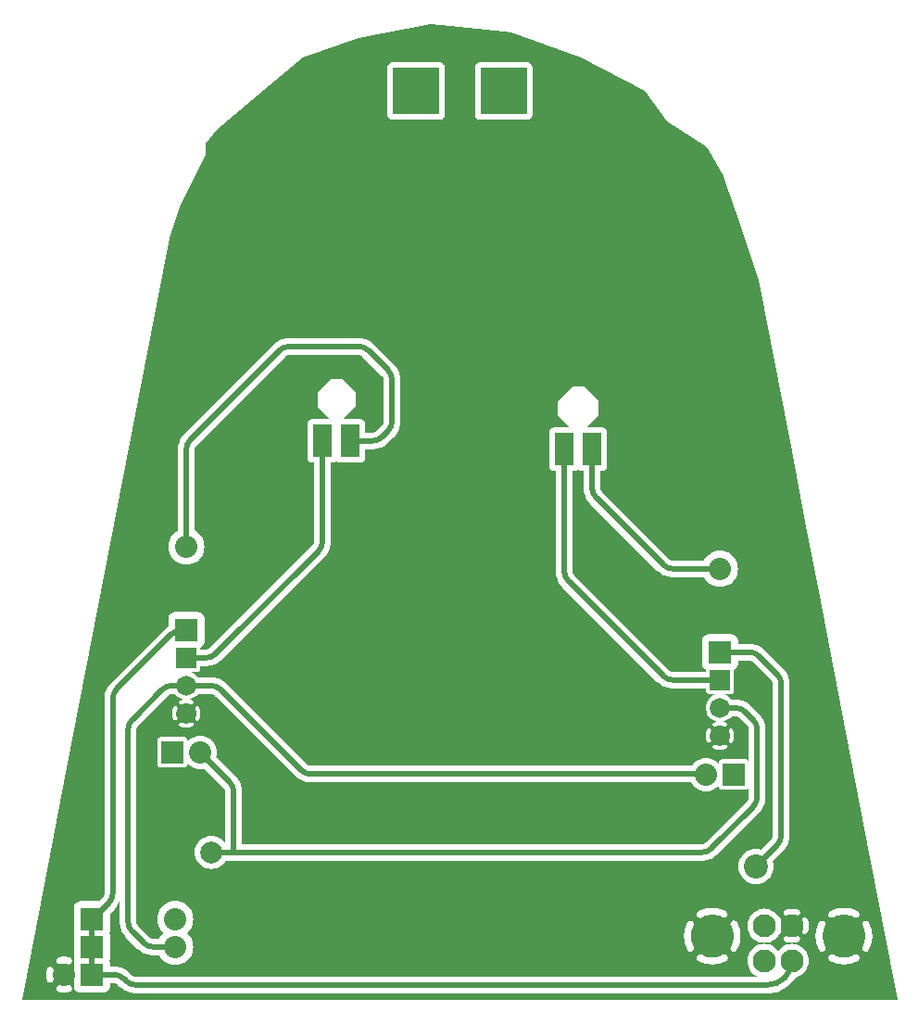
<source format=gbl>
G04 start of page 2 for group 10 layer_idx 1 *
G04 Title: (unknown), bottom_copper *
G04 Creator: pcb-rnd 3.1.4-dev *
G04 CreationDate: 2024-02-11 09:28:28 UTC *
G04 For: STEM4ukraine *
G04 Format: Gerber/RS-274X *
G04 PCB-Dimensions: 334646 393701 *
G04 PCB-Coordinate-Origin: lower left *
%MOIN*%
%FSLAX25Y25*%
%LNBOTTOM_COPPER_NONE_10*%
%ADD47C,0.0362*%
%ADD46C,0.0906*%
%ADD45C,0.0394*%
%ADD44C,0.0420*%
%ADD43C,0.0394*%
%ADD42C,0.0315*%
%ADD41C,0.1220*%
%ADD40C,0.0827*%
%ADD39C,0.1535*%
%ADD38C,0.0866*%
%ADD37C,0.0720*%
%ADD36C,0.0800*%
%ADD35C,0.0787*%
%ADD34C,0.0200*%
%ADD33C,0.0001*%
G54D33*G36*
X250748Y97787D02*X251131Y97163D01*
X251744Y96445D01*
X252462Y95832D01*
X253268Y95338D01*
X254140Y94977D01*
X255058Y94756D01*
X256000Y94682D01*
X256942Y94756D01*
X257860Y94977D01*
X258732Y95338D01*
X259538Y95832D01*
X260256Y96445D01*
X260498Y96728D01*
X260495Y96701D01*
X260514Y96466D01*
X260514Y96465D01*
X260569Y96236D01*
X260659Y96018D01*
X260783Y95816D01*
X260936Y95637D01*
X261116Y95484D01*
X261317Y95360D01*
X261535Y95270D01*
X261765Y95215D01*
X262000Y95196D01*
X262059Y95201D01*
X269941D01*
X270000Y95196D01*
X270235Y95215D01*
X270235Y95215D01*
X270465Y95270D01*
X270683Y95360D01*
X270884Y95484D01*
X271064Y95637D01*
X271217Y95816D01*
X271341Y96018D01*
X271409Y96184D01*
Y92655D01*
X271408Y92622D01*
X271402Y92448D01*
X271379Y92275D01*
X271341Y92105D01*
X271289Y91938D01*
X271222Y91777D01*
X271141Y91622D01*
X271048Y91475D01*
X270942Y91337D01*
X270824Y91208D01*
X270824Y91208D01*
X255925Y76309D01*
X255901Y76288D01*
X255774Y76169D01*
X255635Y76062D01*
X255488Y75969D01*
X255333Y75888D01*
X255172Y75821D01*
X255006Y75769D01*
X254835Y75731D01*
X254662Y75708D01*
X254488Y75701D01*
X254488Y75701D01*
X203000Y75701D01*
X160734D01*
Y97787D01*
X250748D01*
G37*
G36*
X265143Y121701D02*X266503D01*
X266535Y121699D01*
X266710Y121693D01*
X266883Y121670D01*
X267053Y121633D01*
X267219Y121580D01*
X267380Y121513D01*
X267535Y121433D01*
X267682Y121339D01*
X267821Y121233D01*
X267949Y121115D01*
X267949Y121115D01*
X270801Y118264D01*
X270822Y118239D01*
X270942Y118112D01*
X271048Y117974D01*
X271141Y117827D01*
X271222Y117672D01*
X271289Y117511D01*
X271341Y117344D01*
X271379Y117174D01*
X271402Y117001D01*
X271409Y116827D01*
Y105218D01*
X271341Y105384D01*
X271217Y105585D01*
X271064Y105765D01*
X270884Y105918D01*
X270683Y106041D01*
X270465Y106132D01*
X270235Y106187D01*
X270000Y106205D01*
X269941Y106201D01*
X265142D01*
Y112125D01*
X265189Y112138D01*
X265297Y112186D01*
X265395Y112251D01*
X265483Y112330D01*
X265557Y112422D01*
X265613Y112526D01*
X265791Y112939D01*
X265928Y113367D01*
X266026Y113806D01*
X266085Y114252D01*
X266105Y114701D01*
X266085Y115150D01*
X266026Y115596D01*
X265928Y116035D01*
X265791Y116463D01*
X265617Y116878D01*
X265559Y116981D01*
X265485Y117074D01*
X265397Y117153D01*
X265298Y117218D01*
X265190Y117267D01*
X265142Y117280D01*
Y121699D01*
X265143Y121701D01*
G37*
G36*
X261317Y118287D02*X261631Y118245D01*
X261941Y118176D01*
X262243Y118079D01*
X262535Y117957D01*
X262645Y117913D01*
X262760Y117889D01*
X262878Y117883D01*
X262996Y117896D01*
X263109Y117927D01*
X263217Y117976D01*
X263316Y118041D01*
X263403Y118120D01*
X263477Y118212D01*
X263536Y118315D01*
X263577Y118425D01*
X263601Y118541D01*
X263607Y118658D01*
X263594Y118776D01*
X263563Y118890D01*
X263515Y118997D01*
X263450Y119096D01*
X263370Y119183D01*
X263278Y119257D01*
X263175Y119314D01*
X262762Y119492D01*
X262334Y119628D01*
X262015Y119700D01*
X262581Y119835D01*
X263322Y120143D01*
X264007Y120562D01*
X264617Y121083D01*
X265139Y121694D01*
X265142Y121699D01*
Y117280D01*
X265076Y117298D01*
X264958Y117311D01*
X264839Y117306D01*
X264723Y117282D01*
X264612Y117240D01*
X264509Y117181D01*
X264417Y117106D01*
X264337Y117019D01*
X264272Y116919D01*
X264223Y116811D01*
X264192Y116697D01*
X264179Y116579D01*
X264185Y116461D01*
X264209Y116344D01*
X264253Y116235D01*
X264379Y115944D01*
X264475Y115641D01*
X264544Y115332D01*
X264586Y115018D01*
X264600Y114701D01*
X264586Y114384D01*
X264544Y114070D01*
X264475Y113760D01*
X264379Y113458D01*
X264256Y113166D01*
X264212Y113056D01*
X264188Y112941D01*
X264183Y112823D01*
X264196Y112705D01*
X264227Y112591D01*
X264275Y112484D01*
X264340Y112385D01*
X264419Y112298D01*
X264511Y112224D01*
X264614Y112165D01*
X264724Y112123D01*
X264840Y112099D01*
X264958Y112094D01*
X265075Y112107D01*
X265142Y112125D01*
Y106201D01*
X262059D01*
X262000Y106205D01*
X261765Y106187D01*
X261765Y106187D01*
X261535Y106132D01*
X261317Y106041D01*
X261116Y105918D01*
X261002Y105821D01*
Y109596D01*
X261449Y109616D01*
X261895Y109675D01*
X262334Y109773D01*
X262762Y109910D01*
X263177Y110083D01*
X263280Y110141D01*
X263373Y110216D01*
X263453Y110303D01*
X263518Y110403D01*
X263566Y110511D01*
X263598Y110625D01*
X263611Y110743D01*
X263605Y110861D01*
X263581Y110978D01*
X263539Y111089D01*
X263480Y111191D01*
X263406Y111284D01*
X263318Y111364D01*
X263219Y111429D01*
X263111Y111478D01*
X262996Y111509D01*
X262878Y111522D01*
X262760Y111516D01*
X262644Y111492D01*
X262534Y111448D01*
X262243Y111322D01*
X261941Y111226D01*
X261631Y111157D01*
X261317Y111115D01*
X261002Y111101D01*
Y118301D01*
X261317Y118287D01*
G37*
G36*
X313986Y19732D02*Y37114D01*
X314135Y37198D01*
X314289Y37321D01*
X314422Y37466D01*
X314527Y37632D01*
X314951Y38466D01*
X315288Y39339D01*
X315542Y40239D01*
X315713Y41159D01*
X315799Y42091D01*
Y43027D01*
X315713Y43959D01*
X315542Y44879D01*
X315288Y45779D01*
X314951Y46652D01*
X314536Y47491D01*
X314428Y47657D01*
X314295Y47803D01*
X314140Y47927D01*
X313986Y48014D01*
Y75982D01*
X324803Y19732D01*
X313986D01*
G37*
G36*
X305626D02*Y32382D01*
X306090D01*
X307022Y32468D01*
X307942Y32639D01*
X308842Y32893D01*
X309715Y33230D01*
X310554Y33645D01*
X310720Y33753D01*
X310866Y33886D01*
X310990Y34041D01*
X311087Y34214D01*
X311157Y34399D01*
X311196Y34593D01*
X311205Y34791D01*
X311183Y34988D01*
X311130Y35178D01*
X311048Y35359D01*
X310939Y35524D01*
X310805Y35670D01*
X310650Y35793D01*
X310478Y35891D01*
X310293Y35961D01*
X310099Y36000D01*
X309901Y36009D01*
X309704Y35987D01*
X309513Y35934D01*
X309335Y35849D01*
X308707Y35529D01*
X308049Y35275D01*
X307370Y35084D01*
X306677Y34955D01*
X305975Y34890D01*
X305626D01*
Y50228D01*
X305975D01*
X306677Y50163D01*
X307370Y50035D01*
X308049Y49843D01*
X308707Y49589D01*
X309339Y49277D01*
X309516Y49192D01*
X309706Y49139D01*
X309901Y49117D01*
X310098Y49126D01*
X310290Y49165D01*
X310475Y49234D01*
X310646Y49331D01*
X310800Y49454D01*
X310932Y49599D01*
X311041Y49763D01*
X311122Y49942D01*
X311175Y50132D01*
X311197Y50328D01*
X311188Y50524D01*
X311149Y50717D01*
X311080Y50901D01*
X310983Y51072D01*
X310860Y51226D01*
X310715Y51359D01*
X310549Y51464D01*
X309715Y51888D01*
X308842Y52225D01*
X307942Y52479D01*
X307022Y52650D01*
X306090Y52736D01*
X305626D01*
Y119450D01*
X313986Y75982D01*
Y48014D01*
X313968Y48024D01*
X313782Y48094D01*
X313588Y48133D01*
X313390Y48142D01*
X313194Y48120D01*
X313003Y48067D01*
X312822Y47985D01*
X312657Y47876D01*
X312511Y47742D01*
X312388Y47587D01*
X312290Y47415D01*
X312221Y47230D01*
X312181Y47036D01*
X312172Y46838D01*
X312194Y46641D01*
X312247Y46450D01*
X312332Y46272D01*
X312652Y45644D01*
X312906Y44986D01*
X313098Y44307D01*
X313226Y43614D01*
X313291Y42912D01*
Y42206D01*
X313226Y41504D01*
X313098Y40811D01*
X312906Y40132D01*
X312652Y39474D01*
X312340Y38842D01*
X312255Y38665D01*
X312202Y38476D01*
X312180Y38280D01*
X312189Y38083D01*
X312228Y37891D01*
X312297Y37706D01*
X312394Y37535D01*
X312517Y37381D01*
X312662Y37249D01*
X312826Y37140D01*
X313005Y37059D01*
X313195Y37006D01*
X313391Y36984D01*
X313587Y36993D01*
X313780Y37032D01*
X313964Y37101D01*
X313986Y37114D01*
Y19732D01*
X305626D01*
G37*
G36*
X297258D02*Y37104D01*
X297277Y37094D01*
X297462Y37024D01*
X297656Y36985D01*
X297854Y36976D01*
X298051Y36998D01*
X298241Y37051D01*
X298422Y37133D01*
X298587Y37242D01*
X298733Y37376D01*
X298856Y37531D01*
X298954Y37703D01*
X299024Y37888D01*
X299063Y38082D01*
X299072Y38280D01*
X299050Y38477D01*
X298997Y38668D01*
X298912Y38846D01*
X298592Y39474D01*
X298338Y40132D01*
X298147Y40811D01*
X298018Y41504D01*
X297953Y42206D01*
Y42912D01*
X298018Y43614D01*
X298147Y44307D01*
X298338Y44986D01*
X298592Y45644D01*
X298904Y46276D01*
X298989Y46453D01*
X299042Y46643D01*
X299064Y46838D01*
X299055Y47035D01*
X299016Y47227D01*
X298947Y47412D01*
X298850Y47583D01*
X298727Y47737D01*
X298582Y47870D01*
X298418Y47978D01*
X298239Y48059D01*
X298049Y48112D01*
X297854Y48134D01*
X297657Y48125D01*
X297464Y48086D01*
X297280Y48017D01*
X297258Y48005D01*
Y162960D01*
X305626Y119450D01*
Y52736D01*
X305154D01*
X304222Y52650D01*
X303302Y52479D01*
X302402Y52225D01*
X301529Y51888D01*
X300690Y51474D01*
X300524Y51365D01*
X300378Y51232D01*
X300255Y51077D01*
X300157Y50905D01*
X300087Y50719D01*
X300048Y50525D01*
X300039Y50327D01*
X300061Y50131D01*
X300114Y49940D01*
X300196Y49759D01*
X300305Y49594D01*
X300439Y49448D01*
X300594Y49325D01*
X300766Y49227D01*
X300951Y49158D01*
X301145Y49118D01*
X301343Y49109D01*
X301540Y49131D01*
X301731Y49184D01*
X301909Y49270D01*
X302537Y49589D01*
X303195Y49843D01*
X303874Y50035D01*
X304567Y50163D01*
X305269Y50228D01*
X305626D01*
Y34890D01*
X305269D01*
X304567Y34955D01*
X303874Y35084D01*
X303195Y35275D01*
X302537Y35529D01*
X301905Y35842D01*
X301728Y35926D01*
X301539Y35979D01*
X301343Y36001D01*
X301146Y35992D01*
X300954Y35953D01*
X300769Y35884D01*
X300598Y35787D01*
X300444Y35664D01*
X300312Y35519D01*
X300203Y35355D01*
X300122Y35176D01*
X300069Y34986D01*
X300047Y34791D01*
X300056Y34594D01*
X300095Y34401D01*
X300164Y34217D01*
X300261Y34046D01*
X300384Y33892D01*
X300529Y33759D01*
X300695Y33654D01*
X301529Y33230D01*
X302402Y32893D01*
X303302Y32639D01*
X304222Y32468D01*
X305154Y32382D01*
X305626D01*
Y19732D01*
X297258D01*
G37*
G36*
X291776D02*Y30032D01*
X291820Y30084D01*
X292325Y30907D01*
X292694Y31799D01*
X292920Y32738D01*
X292976Y33701D01*
X292920Y34663D01*
X292694Y35602D01*
X292325Y36494D01*
X291820Y37317D01*
X291776Y37369D01*
Y43338D01*
X291811Y43344D01*
X291960Y43392D01*
X292101Y43463D01*
X292228Y43555D01*
X292340Y43666D01*
X292433Y43793D01*
X292502Y43934D01*
X292694Y44439D01*
X292834Y44960D01*
X292929Y45491D01*
X292976Y46029D01*
Y46569D01*
X292929Y47107D01*
X292834Y47639D01*
X292694Y48160D01*
X292508Y48667D01*
X292436Y48808D01*
X292343Y48935D01*
X292231Y49047D01*
X292103Y49139D01*
X291962Y49210D01*
X291811Y49259D01*
X291776Y49264D01*
Y191469D01*
X297258Y162960D01*
Y48005D01*
X297109Y47920D01*
X296955Y47797D01*
X296822Y47652D01*
X296717Y47486D01*
X296293Y46652D01*
X295956Y45779D01*
X295702Y44879D01*
X295531Y43959D01*
X295445Y43027D01*
Y42091D01*
X295531Y41159D01*
X295702Y40239D01*
X295956Y39339D01*
X296293Y38466D01*
X296708Y37627D01*
X296816Y37461D01*
X296949Y37315D01*
X297104Y37192D01*
X297258Y37104D01*
Y19732D01*
X291776D01*
G37*
G36*
X291193Y38051D02*X290459Y38678D01*
X289636Y39183D01*
X288744Y39552D01*
X287805Y39778D01*
X286845Y39853D01*
Y40165D01*
X287112D01*
X287650Y40213D01*
X288182Y40307D01*
X288703Y40448D01*
X289210Y40634D01*
X289351Y40705D01*
X289478Y40799D01*
X289590Y40911D01*
X289682Y41039D01*
X289754Y41180D01*
X289802Y41330D01*
X289826Y41486D01*
X289826Y41644D01*
X289801Y41800D01*
X289751Y41951D01*
X289679Y42091D01*
X289586Y42219D01*
X289474Y42330D01*
X289346Y42423D01*
X289204Y42494D01*
X289054Y42542D01*
X288898Y42567D01*
X288740Y42566D01*
X288584Y42541D01*
X288435Y42489D01*
X288095Y42360D01*
X287744Y42265D01*
X287386Y42201D01*
X287024Y42169D01*
X286845D01*
Y50429D01*
X287024D01*
X287386Y50397D01*
X287744Y50334D01*
X288095Y50239D01*
X288436Y50113D01*
X288585Y50061D01*
X288740Y50036D01*
X288898Y50036D01*
X289053Y50060D01*
X289203Y50108D01*
X289343Y50179D01*
X289471Y50271D01*
X289583Y50382D01*
X289676Y50509D01*
X289748Y50649D01*
X289797Y50799D01*
X289822Y50954D01*
X289822Y51112D01*
X289798Y51267D01*
X289750Y51417D01*
X289679Y51558D01*
X289587Y51685D01*
X289476Y51797D01*
X289349Y51890D01*
X289208Y51959D01*
X288703Y52150D01*
X288182Y52291D01*
X287650Y52386D01*
X287112Y52433D01*
X286845D01*
Y217111D01*
X291776Y191469D01*
Y49264D01*
X291655Y49283D01*
X291497Y49282D01*
X291341Y49257D01*
X291191Y49208D01*
X291051Y49136D01*
X290923Y49042D01*
X290812Y48930D01*
X290719Y48802D01*
X290648Y48661D01*
X290599Y48511D01*
X290575Y48355D01*
X290576Y48197D01*
X290601Y48041D01*
X290653Y47892D01*
X290782Y47552D01*
X290877Y47201D01*
X290940Y46843D01*
X290972Y46481D01*
Y46117D01*
X290940Y45755D01*
X290877Y45397D01*
X290782Y45047D01*
X290657Y44705D01*
X290605Y44557D01*
X290580Y44402D01*
X290579Y44244D01*
X290603Y44089D01*
X290652Y43939D01*
X290723Y43798D01*
X290815Y43671D01*
X290926Y43559D01*
X291053Y43466D01*
X291193Y43394D01*
X291342Y43345D01*
X291498Y43320D01*
X291655Y43320D01*
X291776Y43338D01*
Y37369D01*
X291193Y38051D01*
G37*
G36*
X286845Y19732D02*Y25897D01*
X287125Y26203D01*
X287744Y27010D01*
X288195Y27717D01*
X288744Y27849D01*
X289636Y28219D01*
X290459Y28723D01*
X291193Y29350D01*
X291776Y30032D01*
Y19732D01*
X286845D01*
G37*
G36*
X277144Y90550D02*X277295Y91232D01*
X277387Y91924D01*
X277417Y92622D01*
X277409Y92729D01*
Y116827D01*
X277409Y116827D01*
X277387Y117524D01*
X277295Y118217D01*
X277144Y118899D01*
X276991Y119386D01*
Y137129D01*
X279447Y134673D01*
X279468Y134649D01*
X279587Y134522D01*
X279693Y134383D01*
X279787Y134236D01*
X279868Y134081D01*
X279934Y133920D01*
X279987Y133754D01*
X280025Y133583D01*
X280048Y133410D01*
X280055Y133236D01*
X280055Y133236D01*
Y78859D01*
X280053Y78827D01*
X280048Y78653D01*
X280025Y78480D01*
X279987Y78309D01*
X279934Y78143D01*
X279868Y77982D01*
X279787Y77827D01*
X279693Y77680D01*
X279587Y77541D01*
X279469Y77413D01*
X279469Y77413D01*
X276991Y74934D01*
Y90062D01*
X277144Y90550D01*
G37*
G36*
X286843Y39854D02*X285880Y39778D01*
X284941Y39552D01*
X284049Y39183D01*
X283226Y38678D01*
X282492Y38051D01*
X281921Y37383D01*
X281351Y38051D01*
X280617Y38678D01*
X279793Y39183D01*
X278901Y39552D01*
X277963Y39778D01*
X277000Y39854D01*
X276991Y39853D01*
Y40147D01*
X277000Y40146D01*
X277963Y40222D01*
X278901Y40448D01*
X279793Y40817D01*
X280617Y41322D01*
X281351Y41949D01*
X281978Y42683D01*
X282391Y43357D01*
X282494Y43391D01*
X282635Y43463D01*
X282762Y43556D01*
X282873Y43668D01*
X282966Y43796D01*
X283037Y43937D01*
X283086Y44088D01*
X283110Y44244D01*
X283109Y44402D01*
X283084Y44558D01*
X283032Y44707D01*
X282967Y44878D01*
X283077Y45337D01*
X283134Y46299D01*
X283077Y47262D01*
X282966Y47724D01*
X283028Y47893D01*
X283080Y48041D01*
X283105Y48197D01*
X283106Y48354D01*
X283082Y48510D01*
X283034Y48660D01*
X282963Y48800D01*
X282870Y48928D01*
X282759Y49039D01*
X282632Y49132D01*
X282492Y49204D01*
X282394Y49237D01*
X281978Y49916D01*
X281351Y50650D01*
X280617Y51277D01*
X279793Y51781D01*
X278901Y52151D01*
X277963Y52376D01*
X277000Y52452D01*
X276991Y52451D01*
Y62109D01*
X277733Y62563D01*
X278490Y63210D01*
X279137Y63968D01*
X279658Y64818D01*
X280039Y65738D01*
X280272Y66707D01*
X280331Y67701D01*
X280272Y68694D01*
X280071Y69530D01*
X283712Y73170D01*
X283712Y73170D01*
X284189Y73680D01*
X284615Y74234D01*
X284990Y74823D01*
X285312Y75443D01*
X285580Y76088D01*
X285790Y76754D01*
X285941Y77436D01*
X286032Y78129D01*
X286063Y78827D01*
X286055Y78934D01*
Y133236D01*
X286055Y133236D01*
X286032Y133934D01*
X285941Y134627D01*
X285790Y135309D01*
X285580Y135975D01*
X285312Y136620D01*
X284990Y137240D01*
X284615Y137829D01*
X284189Y138383D01*
X283717Y138898D01*
X283636Y138969D01*
X277247Y145358D01*
X277247Y145358D01*
X276991Y145598D01*
Y268350D01*
X286845Y217111D01*
Y52433D01*
X286573D01*
X286035Y52386D01*
X285503Y52291D01*
X284982Y52150D01*
X284475Y51964D01*
X284334Y51893D01*
X284207Y51800D01*
X284095Y51688D01*
X284003Y51560D01*
X283931Y51419D01*
X283883Y51268D01*
X283859Y51112D01*
X283859Y50954D01*
X283885Y50798D01*
X283934Y50648D01*
X284006Y50507D01*
X284099Y50380D01*
X284211Y50268D01*
X284340Y50176D01*
X284481Y50104D01*
X284631Y50056D01*
X284787Y50032D01*
X284945Y50032D01*
X285101Y50058D01*
X285250Y50110D01*
X285590Y50239D01*
X285941Y50334D01*
X286299Y50397D01*
X286661Y50429D01*
X286845D01*
Y42169D01*
X286661D01*
X286299Y42201D01*
X285941Y42265D01*
X285590Y42360D01*
X285249Y42485D01*
X285100Y42537D01*
X284945Y42562D01*
X284787Y42563D01*
X284632Y42538D01*
X284482Y42490D01*
X284342Y42419D01*
X284214Y42327D01*
X284102Y42216D01*
X284009Y42089D01*
X283938Y41949D01*
X283888Y41800D01*
X283863Y41644D01*
X283863Y41487D01*
X283887Y41331D01*
X283935Y41181D01*
X284006Y41041D01*
X284098Y40913D01*
X284209Y40802D01*
X284336Y40709D01*
X284477Y40640D01*
X284982Y40448D01*
X285503Y40307D01*
X286035Y40213D01*
X286573Y40165D01*
X286845D01*
Y39853D01*
X286843Y39854D01*
G37*
G36*
X276738Y145835D02*X276183Y146260D01*
X275594Y146636D01*
X274975Y146958D01*
X274329Y147225D01*
X273663Y147436D01*
X272981Y147587D01*
X272288Y147678D01*
X271590Y147708D01*
X271483Y147701D01*
X267500D01*
Y148603D01*
X267508Y148701D01*
X267477Y149093D01*
X267477Y149093D01*
X267385Y149476D01*
X267234Y149839D01*
X267029Y150175D01*
X266773Y150474D01*
X266584Y150636D01*
Y171373D01*
X266809Y171741D01*
X267201Y172686D01*
X267440Y173681D01*
X267500Y174701D01*
X267440Y175721D01*
X267201Y176716D01*
X266809Y177661D01*
X266584Y178029D01*
Y303301D01*
X275000Y278701D01*
X276991Y268350D01*
Y145598D01*
X276738Y145835D01*
G37*
G36*
X276934Y119565D02*X276667Y120211D01*
X276344Y120830D01*
X275969Y121420D01*
X275544Y121974D01*
X275072Y122489D01*
X274991Y122559D01*
X272192Y125358D01*
X272192Y125358D01*
X271682Y125835D01*
X271128Y126260D01*
X270539Y126636D01*
X269919Y126958D01*
X269274Y127225D01*
X268608Y127436D01*
X267926Y127587D01*
X267233Y127678D01*
X266584Y127706D01*
Y138766D01*
X266773Y138928D01*
X267029Y139227D01*
X267234Y139562D01*
X267385Y139926D01*
X267477Y140308D01*
X267508Y140701D01*
X267500Y140799D01*
Y141701D01*
X271558D01*
X271590Y141699D01*
X271765Y141693D01*
X271938Y141670D01*
X272108Y141633D01*
X272274Y141580D01*
X272436Y141513D01*
X272590Y141433D01*
X272737Y141339D01*
X272876Y141233D01*
X273005Y141115D01*
X273005Y141115D01*
X276991Y137129D01*
Y119386D01*
X276934Y119565D01*
G37*
G36*
X276037Y39778D02*X275099Y39552D01*
X274207Y39183D01*
X273383Y38678D01*
X272649Y38051D01*
X272022Y37317D01*
X271518Y36494D01*
X271148Y35602D01*
X270923Y34663D01*
X270847Y33701D01*
X270923Y32738D01*
X271148Y31799D01*
X271518Y30907D01*
X272022Y30084D01*
X272649Y29350D01*
X273383Y28723D01*
X274207Y28219D01*
X274620Y28047D01*
X266584D01*
Y37114D01*
X266734Y37198D01*
X266888Y37321D01*
X267020Y37466D01*
X267126Y37632D01*
X267550Y38466D01*
X267886Y39339D01*
X268141Y40239D01*
X268312Y41159D01*
X268398Y42091D01*
Y43027D01*
X268312Y43959D01*
X268141Y44879D01*
X267886Y45779D01*
X267550Y46652D01*
X267135Y47491D01*
X267027Y47657D01*
X266893Y47803D01*
X266738Y47927D01*
X266584Y48014D01*
Y78483D01*
X275066Y86965D01*
X275066Y86966D01*
X275544Y87475D01*
X275969Y88029D01*
X276344Y88618D01*
X276667Y89238D01*
X276934Y89883D01*
X276991Y90062D01*
Y74934D01*
X275829Y73772D01*
X274993Y73973D01*
X274000Y74051D01*
X273007Y73973D01*
X272038Y73740D01*
X271117Y73359D01*
X270267Y72838D01*
X269510Y72191D01*
X268863Y71433D01*
X268342Y70584D01*
X267961Y69663D01*
X267728Y68694D01*
X267650Y67701D01*
X267728Y66707D01*
X267961Y65738D01*
X268342Y64818D01*
X268863Y63968D01*
X269510Y63210D01*
X270267Y62563D01*
X271117Y62043D01*
X272038Y61661D01*
X273007Y61429D01*
X274000Y61351D01*
X274993Y61429D01*
X275962Y61661D01*
X276883Y62043D01*
X276991Y62109D01*
Y52451D01*
X276037Y52376D01*
X275099Y52151D01*
X274207Y51781D01*
X273383Y51277D01*
X272649Y50650D01*
X272022Y49916D01*
X271518Y49093D01*
X271148Y48201D01*
X270923Y47262D01*
X270847Y46299D01*
X270923Y45337D01*
X271148Y44398D01*
X271518Y43506D01*
X272022Y42683D01*
X272649Y41949D01*
X273383Y41322D01*
X274207Y40817D01*
X275099Y40448D01*
X276037Y40222D01*
X276991Y40147D01*
Y39853D01*
X276037Y39778D01*
G37*
G36*
X266584Y19732D02*Y22047D01*
X278189D01*
X278189Y22047D01*
X279206Y22081D01*
X280215Y22213D01*
X281208Y22434D01*
X282179Y22740D01*
X283119Y23129D01*
X284021Y23599D01*
X284880Y24146D01*
X285687Y24765D01*
X286437Y25453D01*
X286845Y25897D01*
Y19732D01*
X266584D01*
G37*
G36*
X266275Y178533D02*X265610Y179311D01*
X264832Y179976D01*
X263960Y180510D01*
X263015Y180902D01*
X262020Y181141D01*
X261002Y181221D01*
Y318365D01*
X262000Y316701D01*
X266584Y303301D01*
Y178029D01*
X266275Y178533D01*
G37*
G36*
X266474Y150730D02*X266138Y150935D01*
X265775Y151086D01*
X265392Y151178D01*
X265000Y151208D01*
X264902Y151201D01*
X261002D01*
Y168181D01*
X262020Y168261D01*
X263015Y168500D01*
X263960Y168891D01*
X264832Y169426D01*
X265610Y170090D01*
X266275Y170868D01*
X266584Y171373D01*
Y150636D01*
X266474Y150730D01*
G37*
G36*
X266535Y127708D02*X266428Y127701D01*
X265143D01*
X265139Y127708D01*
X264617Y128318D01*
X264007Y128840D01*
X263322Y129259D01*
X262581Y129566D01*
X262437Y129601D01*
X264541D01*
X264600Y129596D01*
X264835Y129615D01*
X264835Y129615D01*
X265065Y129670D01*
X265283Y129760D01*
X265484Y129884D01*
X265664Y130037D01*
X265817Y130216D01*
X265941Y130418D01*
X266031Y130636D01*
X266086Y130865D01*
X266105Y131101D01*
X266100Y131160D01*
Y138242D01*
X266105Y138301D01*
X266093Y138448D01*
X266138Y138466D01*
X266474Y138672D01*
X266584Y138766D01*
Y127706D01*
X266535Y127708D01*
G37*
G36*
X261002Y28047D02*Y32769D01*
X261441Y32893D01*
X262314Y33230D01*
X263153Y33645D01*
X263318Y33753D01*
X263465Y33886D01*
X263588Y34041D01*
X263686Y34214D01*
X263755Y34399D01*
X263795Y34593D01*
X263804Y34791D01*
X263781Y34988D01*
X263728Y35178D01*
X263647Y35359D01*
X263537Y35524D01*
X263404Y35670D01*
X263249Y35793D01*
X263077Y35891D01*
X262891Y35961D01*
X262697Y36000D01*
X262499Y36009D01*
X262302Y35987D01*
X262112Y35934D01*
X261933Y35849D01*
X261305Y35529D01*
X261002Y35412D01*
Y49706D01*
X261305Y49589D01*
X261937Y49277D01*
X262114Y49192D01*
X262304Y49139D01*
X262500Y49117D01*
X262696Y49126D01*
X262889Y49165D01*
X263073Y49234D01*
X263244Y49331D01*
X263398Y49454D01*
X263531Y49599D01*
X263639Y49763D01*
X263721Y49942D01*
X263773Y50132D01*
X263795Y50328D01*
X263787Y50524D01*
X263747Y50717D01*
X263678Y50901D01*
X263581Y51072D01*
X263459Y51226D01*
X263313Y51359D01*
X263147Y51464D01*
X262314Y51888D01*
X261441Y52225D01*
X261002Y52349D01*
Y72901D01*
X266584Y78483D01*
Y48014D01*
X266566Y48024D01*
X266381Y48094D01*
X266187Y48133D01*
X265989Y48142D01*
X265792Y48120D01*
X265601Y48067D01*
X265421Y47985D01*
X265256Y47876D01*
X265110Y47742D01*
X264986Y47587D01*
X264888Y47415D01*
X264819Y47230D01*
X264779Y47036D01*
X264771Y46838D01*
X264793Y46641D01*
X264846Y46450D01*
X264931Y46272D01*
X265251Y45644D01*
X265504Y44986D01*
X265696Y44307D01*
X265825Y43614D01*
X265890Y42912D01*
Y42206D01*
X265825Y41504D01*
X265696Y40811D01*
X265504Y40132D01*
X265251Y39474D01*
X264938Y38842D01*
X264853Y38665D01*
X264801Y38476D01*
X264779Y38280D01*
X264787Y38083D01*
X264827Y37891D01*
X264896Y37706D01*
X264993Y37535D01*
X265115Y37381D01*
X265261Y37249D01*
X265425Y37140D01*
X265604Y37059D01*
X265794Y37006D01*
X265989Y36984D01*
X266186Y36993D01*
X266378Y37032D01*
X266563Y37101D01*
X266584Y37114D01*
Y28047D01*
X261002D01*
G37*
G36*
Y19732D02*Y22047D01*
X266584D01*
Y19732D01*
X261002D01*
G37*
G36*
X256861Y121694D02*X257383Y121083D01*
X257993Y120562D01*
X258678Y120143D01*
X259419Y119835D01*
X259985Y119700D01*
X259666Y119628D01*
X259238Y119492D01*
X258823Y119318D01*
X258720Y119260D01*
X258627Y119186D01*
X258547Y119098D01*
X258482Y118999D01*
X258434Y118891D01*
X258402Y118776D01*
X258389Y118659D01*
X258395Y118540D01*
X258419Y118424D01*
X258461Y118313D01*
X258520Y118210D01*
X258594Y118118D01*
X258682Y118038D01*
X258781Y117973D01*
X258889Y117924D01*
X259004Y117893D01*
X259122Y117880D01*
X259240Y117886D01*
X259356Y117910D01*
X259466Y117954D01*
X259757Y118079D01*
X260059Y118176D01*
X260369Y118245D01*
X260683Y118287D01*
X261000Y118301D01*
X261002Y118301D01*
Y111101D01*
X261000Y111101D01*
X260683Y111115D01*
X260369Y111157D01*
X260059Y111226D01*
X259757Y111322D01*
X259465Y111445D01*
X259355Y111488D01*
X259240Y111512D01*
X259122Y111518D01*
X259005Y111505D01*
X258891Y111474D01*
X258783Y111426D01*
X258684Y111361D01*
X258597Y111282D01*
X258523Y111190D01*
X258464Y111087D01*
X258423Y110977D01*
X258399Y110861D01*
X258393Y110743D01*
X258406Y110626D01*
X258437Y110512D01*
X258485Y110404D01*
X258550Y110306D01*
X258630Y110218D01*
X258722Y110144D01*
X258825Y110088D01*
X259238Y109910D01*
X259666Y109773D01*
X260105Y109675D01*
X260551Y109616D01*
X261000Y109596D01*
X261002Y109596D01*
Y105821D01*
X260936Y105765D01*
X260783Y105585D01*
X260659Y105384D01*
X260569Y105166D01*
X260514Y104936D01*
X260495Y104701D01*
X260498Y104673D01*
X260256Y104957D01*
X259538Y105570D01*
X258732Y106063D01*
X257860Y106425D01*
X256942Y106645D01*
X256858Y106652D01*
Y112121D01*
X256924Y112103D01*
X257042Y112090D01*
X257161Y112096D01*
X257277Y112120D01*
X257388Y112162D01*
X257491Y112221D01*
X257583Y112295D01*
X257663Y112383D01*
X257728Y112482D01*
X257777Y112590D01*
X257808Y112705D01*
X257821Y112823D01*
X257815Y112941D01*
X257791Y113057D01*
X257747Y113167D01*
X257621Y113458D01*
X257525Y113760D01*
X257456Y114070D01*
X257414Y114384D01*
X257400Y114701D01*
X257414Y115018D01*
X257456Y115332D01*
X257525Y115641D01*
X257621Y115944D01*
X257744Y116236D01*
X257788Y116345D01*
X257812Y116461D01*
X257817Y116579D01*
X257804Y116696D01*
X257773Y116810D01*
X257725Y116918D01*
X257660Y117017D01*
X257581Y117104D01*
X257489Y117178D01*
X257386Y117236D01*
X257276Y117278D01*
X257160Y117302D01*
X257042Y117308D01*
X256925Y117295D01*
X256858Y117277D01*
Y121699D01*
X256861Y121694D01*
G37*
G36*
X256935Y129670D02*X257165Y129615D01*
X257400Y129596D01*
X257459Y129601D01*
X259563D01*
X259419Y129566D01*
X258678Y129259D01*
X257993Y128840D01*
X257383Y128318D01*
X256861Y127708D01*
X256858Y127702D01*
Y129702D01*
X256935Y129670D01*
G37*
G36*
X261000Y181221D02*X259980Y181141D01*
X258985Y180902D01*
X258040Y180510D01*
X257168Y179976D01*
X256858Y179711D01*
Y325271D01*
X261002Y318365D01*
Y181221D01*
X261000Y181221D01*
G37*
G36*
X256390Y179311D02*X255725Y178533D01*
X255215Y177701D01*
X244103D01*
X244071Y177703D01*
X243897Y177708D01*
X243724Y177731D01*
X243553Y177769D01*
X243387Y177821D01*
X243226Y177888D01*
X243071Y177969D01*
X242924Y178062D01*
X242785Y178169D01*
X242657Y178287D01*
X242657Y178287D01*
X218609Y202335D01*
X218587Y202359D01*
X218468Y202486D01*
X218362Y202625D01*
X218268Y202772D01*
X218187Y202927D01*
X218121Y203088D01*
X218068Y203254D01*
X218030Y203425D01*
X218008Y203598D01*
X218000Y203772D01*
X218000Y203772D01*
Y209795D01*
X218347D01*
X218425Y209789D01*
X218739Y209814D01*
X218739Y209814D01*
X219045Y209887D01*
X219336Y210008D01*
X219604Y210172D01*
X219844Y210377D01*
X220048Y210616D01*
X220213Y210884D01*
X220333Y211175D01*
X220407Y211481D01*
X220431Y211795D01*
X220425Y211874D01*
Y223528D01*
X220431Y223606D01*
X220407Y223920D01*
X220333Y224226D01*
X220213Y224517D01*
X220048Y224785D01*
X219844Y225025D01*
X219604Y225229D01*
X219336Y225394D01*
X219045Y225514D01*
X218739Y225588D01*
X218425Y225612D01*
X218347Y225606D01*
X213008D01*
X217323Y229921D01*
Y235039D01*
X212205Y240157D01*
X207874D01*
X202756Y235039D01*
Y229921D01*
X207071Y225606D01*
X201614D01*
X201535Y225612D01*
X201222Y225588D01*
X201222Y225588D01*
X200915Y225514D01*
X200625Y225394D01*
X200356Y225229D01*
X200117Y225025D01*
X199912Y224785D01*
X199748Y224517D01*
X199627Y224226D01*
X199554Y223920D01*
X199529Y223606D01*
X199535Y223528D01*
Y211874D01*
X199529Y211795D01*
X199554Y211481D01*
X199627Y211175D01*
X199748Y210884D01*
X199912Y210616D01*
X200117Y210377D01*
X200356Y210172D01*
X200625Y210008D01*
X200915Y209887D01*
X201222Y209814D01*
X201535Y209789D01*
X201614Y209795D01*
X202000D01*
Y173772D01*
X202000Y173772D01*
X202023Y173074D01*
X202114Y172381D01*
X202265Y171699D01*
X202475Y171033D01*
X202743Y170388D01*
X203065Y169768D01*
X203441Y169179D01*
X203866Y168625D01*
X204338Y168110D01*
X204419Y168039D01*
X238414Y134044D01*
X238414Y134044D01*
X238924Y133567D01*
X239478Y133141D01*
X240067Y132766D01*
X240687Y132443D01*
X241332Y132176D01*
X241999Y131966D01*
X242681Y131815D01*
X243373Y131724D01*
X243424Y131721D01*
X243624Y131673D01*
X244094Y131646D01*
X255900D01*
Y131160D01*
X255895Y131101D01*
X255914Y130866D01*
X255914Y130865D01*
X255969Y130636D01*
X256059Y130418D01*
X256183Y130216D01*
X256336Y130037D01*
X256516Y129884D01*
X256717Y129760D01*
X256858Y129702D01*
Y127702D01*
X256442Y127023D01*
X256135Y126282D01*
X255947Y125501D01*
X255884Y124701D01*
X255947Y123901D01*
X256135Y123120D01*
X256442Y122378D01*
X256858Y121699D01*
Y117277D01*
X256811Y117264D01*
X256703Y117215D01*
X256605Y117151D01*
X256517Y117071D01*
X256443Y116979D01*
X256387Y116876D01*
X256209Y116463D01*
X256072Y116035D01*
X255974Y115596D01*
X255915Y115150D01*
X255895Y114701D01*
X255915Y114252D01*
X255974Y113806D01*
X256072Y113367D01*
X256209Y112939D01*
X256383Y112524D01*
X256441Y112420D01*
X256515Y112328D01*
X256603Y112248D01*
X256702Y112183D01*
X256810Y112134D01*
X256858Y112121D01*
Y106652D01*
X256000Y106719D01*
X255058Y106645D01*
X254140Y106425D01*
X253268Y106063D01*
X252462Y105570D01*
X251744Y104957D01*
X251131Y104238D01*
X250855Y103787D01*
X183171D01*
Y336205D01*
X191444D01*
X191523Y336199D01*
X191836Y336224D01*
X191836Y336224D01*
X192142Y336297D01*
X192433Y336418D01*
X192702Y336582D01*
X192941Y336786D01*
X193146Y337026D01*
X193310Y337294D01*
X193431Y337585D01*
X193504Y337891D01*
X193529Y338205D01*
X193523Y338283D01*
Y354830D01*
X193529Y354908D01*
X193504Y355222D01*
X193504Y355222D01*
X193431Y355528D01*
X193310Y355819D01*
X193146Y356088D01*
X192941Y356327D01*
X192702Y356531D01*
X192433Y356696D01*
X192142Y356816D01*
X191836Y356890D01*
X191523Y356915D01*
X191444Y356908D01*
X183171D01*
Y367993D01*
X186000Y367701D01*
X211000Y358701D01*
X234000Y346701D01*
X242000Y335701D01*
X256000Y326701D01*
X256858Y325271D01*
Y179711D01*
X256390Y179311D01*
G37*
G36*
X257098Y151201D02*X257000Y151208D01*
X256608Y151178D01*
X256608Y151178D01*
X256225Y151086D01*
X255862Y150935D01*
X255526Y150730D01*
X255227Y150474D01*
X254971Y150175D01*
X254766Y149839D01*
X254615Y149476D01*
X254523Y149093D01*
X254492Y148701D01*
X254500Y148603D01*
Y140799D01*
X254492Y140701D01*
X254523Y140309D01*
X254523Y140308D01*
X254615Y139926D01*
X254766Y139562D01*
X254971Y139227D01*
X255227Y138928D01*
X255526Y138672D01*
X255862Y138466D01*
X255907Y138448D01*
X255895Y138301D01*
X255900Y138242D01*
Y137646D01*
X244664D01*
X244542Y137675D01*
X244071Y137703D01*
X243897Y137708D01*
X243724Y137731D01*
X243553Y137769D01*
X243387Y137821D01*
X243226Y137888D01*
X243071Y137969D01*
X242924Y138062D01*
X242785Y138169D01*
X242657Y138287D01*
X242657Y138287D01*
X208609Y172335D01*
X208587Y172359D01*
X208468Y172486D01*
X208362Y172625D01*
X208268Y172772D01*
X208187Y172927D01*
X208121Y173088D01*
X208068Y173254D01*
X208030Y173425D01*
X208008Y173598D01*
X208000Y173772D01*
X208000Y173772D01*
Y209795D01*
X208347D01*
X208425Y209789D01*
X208739Y209814D01*
X208739Y209814D01*
X209045Y209887D01*
X209336Y210008D01*
X209604Y210172D01*
X209844Y210377D01*
X209980Y210537D01*
X210117Y210377D01*
X210356Y210172D01*
X210625Y210008D01*
X210915Y209887D01*
X211222Y209814D01*
X211535Y209789D01*
X211614Y209795D01*
X212000D01*
Y203772D01*
X212000Y203772D01*
X212023Y203074D01*
X212114Y202381D01*
X212265Y201699D01*
X212475Y201033D01*
X212743Y200388D01*
X213065Y199768D01*
X213441Y199179D01*
X213866Y198625D01*
X214338Y198110D01*
X214419Y198039D01*
X238414Y174044D01*
X238414Y174044D01*
X238924Y173567D01*
X239478Y173141D01*
X240067Y172766D01*
X240687Y172443D01*
X241332Y172176D01*
X241999Y171966D01*
X242681Y171815D01*
X243373Y171724D01*
X244071Y171693D01*
X244178Y171701D01*
X255215D01*
X255725Y170868D01*
X256390Y170090D01*
X257168Y169426D01*
X258040Y168891D01*
X258985Y168500D01*
X259980Y168261D01*
X261000Y168181D01*
X261002Y168181D01*
Y151201D01*
X257098D01*
G37*
G36*
X249857Y28047D02*Y37104D01*
X249875Y37094D01*
X250060Y37024D01*
X250254Y36985D01*
X250452Y36976D01*
X250649Y36998D01*
X250840Y37051D01*
X251020Y37133D01*
X251185Y37242D01*
X251331Y37376D01*
X251455Y37531D01*
X251552Y37703D01*
X251622Y37888D01*
X251662Y38082D01*
X251670Y38280D01*
X251648Y38477D01*
X251595Y38668D01*
X251510Y38846D01*
X251190Y39474D01*
X250937Y40132D01*
X250745Y40811D01*
X250616Y41504D01*
X250551Y42206D01*
Y42912D01*
X250616Y43614D01*
X250745Y44307D01*
X250937Y44986D01*
X251190Y45644D01*
X251503Y46276D01*
X251588Y46453D01*
X251640Y46643D01*
X251662Y46838D01*
X251654Y47035D01*
X251614Y47227D01*
X251545Y47412D01*
X251448Y47583D01*
X251326Y47737D01*
X251180Y47870D01*
X251016Y47978D01*
X250837Y48059D01*
X250647Y48112D01*
X250452Y48134D01*
X250255Y48125D01*
X250063Y48086D01*
X249878Y48017D01*
X249857Y48005D01*
Y69701D01*
X254488D01*
X254488Y69701D01*
X255186Y69724D01*
X255878Y69815D01*
X256561Y69966D01*
X257227Y70176D01*
X257872Y70443D01*
X258492Y70766D01*
X259081Y71141D01*
X259635Y71567D01*
X260150Y72039D01*
X260221Y72120D01*
X261002Y72901D01*
Y52349D01*
X260540Y52479D01*
X259620Y52650D01*
X258688Y52736D01*
X257753D01*
X256821Y52650D01*
X255901Y52479D01*
X255000Y52225D01*
X254127Y51888D01*
X253288Y51474D01*
X253123Y51365D01*
X252976Y51232D01*
X252853Y51077D01*
X252755Y50905D01*
X252686Y50719D01*
X252646Y50525D01*
X252637Y50327D01*
X252660Y50131D01*
X252712Y49940D01*
X252794Y49759D01*
X252904Y49594D01*
X253037Y49448D01*
X253192Y49325D01*
X253364Y49227D01*
X253550Y49158D01*
X253744Y49118D01*
X253942Y49109D01*
X254138Y49131D01*
X254329Y49184D01*
X254508Y49270D01*
X255136Y49589D01*
X255794Y49843D01*
X256472Y50035D01*
X257166Y50163D01*
X257868Y50228D01*
X258573D01*
X259275Y50163D01*
X259968Y50035D01*
X260647Y49843D01*
X261002Y49706D01*
Y35412D01*
X260647Y35275D01*
X259968Y35084D01*
X259275Y34955D01*
X258573Y34890D01*
X257868D01*
X257166Y34955D01*
X256472Y35084D01*
X255794Y35275D01*
X255136Y35529D01*
X254504Y35842D01*
X254327Y35926D01*
X254137Y35979D01*
X253941Y36001D01*
X253745Y35992D01*
X253552Y35953D01*
X253368Y35884D01*
X253197Y35787D01*
X253043Y35664D01*
X252910Y35519D01*
X252802Y35355D01*
X252720Y35176D01*
X252668Y34986D01*
X252646Y34791D01*
X252654Y34594D01*
X252694Y34401D01*
X252763Y34217D01*
X252860Y34046D01*
X252982Y33892D01*
X253128Y33759D01*
X253294Y33654D01*
X254127Y33230D01*
X255000Y32893D01*
X255901Y32639D01*
X256821Y32468D01*
X257753Y32382D01*
X258688D01*
X259620Y32468D01*
X260540Y32639D01*
X261002Y32769D01*
Y28047D01*
X249857D01*
G37*
G36*
X183171D02*Y69701D01*
X203000D01*
X249857Y69701D01*
Y48005D01*
X249707Y47920D01*
X249553Y47797D01*
X249421Y47652D01*
X249315Y47486D01*
X248891Y46652D01*
X248555Y45779D01*
X248300Y44879D01*
X248129Y43959D01*
X248043Y43027D01*
Y42091D01*
X248129Y41159D01*
X248300Y40239D01*
X248555Y39339D01*
X248891Y38466D01*
X249306Y37627D01*
X249414Y37461D01*
X249548Y37315D01*
X249703Y37192D01*
X249857Y37104D01*
Y28047D01*
X183171D01*
G37*
G36*
Y19732D02*Y22047D01*
X261002D01*
Y19732D01*
X183171D01*
G37*
G36*
X160734Y103787D02*Y336333D01*
X160937Y336418D01*
X161206Y336582D01*
X161445Y336786D01*
X161649Y337026D01*
X161814Y337294D01*
X161934Y337585D01*
X162008Y337891D01*
X162033Y338205D01*
X162026Y338283D01*
Y354830D01*
X162033Y354908D01*
X162008Y355222D01*
X162008Y355222D01*
X161934Y355528D01*
X161814Y355819D01*
X161649Y356088D01*
X161445Y356327D01*
X161206Y356531D01*
X160937Y356696D01*
X160734Y356780D01*
Y370314D01*
X183171Y367993D01*
Y356908D01*
X174898D01*
X174819Y356915D01*
X174506Y356890D01*
X174505Y356890D01*
X174199Y356816D01*
X173908Y356696D01*
X173640Y356531D01*
X173401Y356327D01*
X173196Y356088D01*
X173032Y355819D01*
X172911Y355528D01*
X172838Y355222D01*
X172813Y354908D01*
X172819Y354830D01*
Y338283D01*
X172813Y338205D01*
X172838Y337891D01*
X172838Y337891D01*
X172911Y337585D01*
X173032Y337294D01*
X173196Y337026D01*
X173401Y336786D01*
X173640Y336582D01*
X173908Y336418D01*
X174199Y336297D01*
X174505Y336224D01*
X174819Y336199D01*
X174898Y336205D01*
X183171D01*
Y103787D01*
X160734D01*
G37*
G36*
Y28047D02*Y69701D01*
X183171D01*
Y28047D01*
X160734D01*
G37*
G36*
Y19732D02*Y22047D01*
X183171D01*
Y19732D01*
X160734D01*
G37*
G36*
X73143Y129701D02*X73616D01*
X74016Y129677D01*
X77818D01*
X77850Y129675D01*
X78025Y129670D01*
X78197Y129647D01*
X78368Y129609D01*
X78534Y129557D01*
X78695Y129490D01*
X78850Y129409D01*
X78997Y129315D01*
X79136Y129209D01*
X79264Y129091D01*
X79264Y129091D01*
X108225Y100131D01*
X108225Y100130D01*
X108735Y99653D01*
X109289Y99228D01*
X109878Y98853D01*
X110498Y98530D01*
X111143Y98263D01*
X111810Y98053D01*
X112492Y97901D01*
X113184Y97810D01*
X113882Y97780D01*
X113989Y97787D01*
X160734D01*
Y75701D01*
X89000D01*
Y94456D01*
X89000Y94457D01*
X88977Y95154D01*
X88886Y95847D01*
X88735Y96529D01*
X88525Y97195D01*
X88257Y97841D01*
X87935Y98460D01*
X87559Y99049D01*
X87134Y99604D01*
X86662Y100119D01*
X86581Y100189D01*
X79764Y107007D01*
X79944Y107759D01*
X80000Y108701D01*
X79944Y109642D01*
X79724Y110561D01*
X79363Y111433D01*
X78869Y112238D01*
X78256Y112957D01*
X77538Y113570D01*
X76732Y114063D01*
X75860Y114425D01*
X74942Y114645D01*
X74000Y114719D01*
X73142Y114652D01*
Y120125D01*
X73189Y120138D01*
X73297Y120186D01*
X73395Y120251D01*
X73483Y120330D01*
X73557Y120422D01*
X73613Y120526D01*
X73791Y120939D01*
X73928Y121367D01*
X74026Y121806D01*
X74085Y122252D01*
X74105Y122701D01*
X74085Y123150D01*
X74026Y123596D01*
X73928Y124035D01*
X73791Y124463D01*
X73617Y124878D01*
X73559Y124981D01*
X73485Y125074D01*
X73397Y125153D01*
X73298Y125218D01*
X73190Y125267D01*
X73142Y125280D01*
Y129699D01*
X73143Y129701D01*
G37*
G36*
X69317Y126287D02*X69631Y126245D01*
X69941Y126176D01*
X70243Y126079D01*
X70535Y125957D01*
X70645Y125913D01*
X70760Y125889D01*
X70878Y125883D01*
X70996Y125896D01*
X71109Y125927D01*
X71217Y125976D01*
X71316Y126041D01*
X71403Y126120D01*
X71477Y126212D01*
X71536Y126315D01*
X71577Y126425D01*
X71601Y126541D01*
X71607Y126658D01*
X71594Y126776D01*
X71563Y126890D01*
X71515Y126997D01*
X71450Y127096D01*
X71370Y127183D01*
X71278Y127257D01*
X71175Y127314D01*
X70762Y127492D01*
X70334Y127628D01*
X70015Y127700D01*
X70581Y127835D01*
X71322Y128143D01*
X72007Y128562D01*
X72617Y129083D01*
X73139Y129694D01*
X73142Y129699D01*
Y125280D01*
X73076Y125298D01*
X72958Y125311D01*
X72839Y125306D01*
X72723Y125282D01*
X72612Y125240D01*
X72509Y125181D01*
X72417Y125106D01*
X72337Y125019D01*
X72272Y124919D01*
X72223Y124811D01*
X72192Y124697D01*
X72179Y124579D01*
X72185Y124461D01*
X72209Y124344D01*
X72253Y124235D01*
X72379Y123944D01*
X72475Y123641D01*
X72544Y123332D01*
X72586Y123018D01*
X72600Y122701D01*
X72586Y122384D01*
X72544Y122070D01*
X72475Y121760D01*
X72379Y121458D01*
X72256Y121166D01*
X72212Y121056D01*
X72188Y120941D01*
X72183Y120823D01*
X72196Y120705D01*
X72227Y120591D01*
X72275Y120484D01*
X72340Y120385D01*
X72419Y120298D01*
X72511Y120224D01*
X72614Y120165D01*
X72724Y120123D01*
X72840Y120099D01*
X72958Y120094D01*
X73075Y120107D01*
X73142Y120125D01*
Y114652D01*
X73058Y114645D01*
X72140Y114425D01*
X71268Y114063D01*
X70462Y113570D01*
X69744Y112957D01*
X69502Y112673D01*
X69505Y112701D01*
X69486Y112936D01*
X69486Y112936D01*
X69431Y113166D01*
X69341Y113384D01*
X69217Y113585D01*
X69064Y113765D01*
X69002Y113818D01*
Y117596D01*
X69449Y117616D01*
X69895Y117675D01*
X70334Y117773D01*
X70762Y117910D01*
X71177Y118083D01*
X71280Y118141D01*
X71373Y118216D01*
X71453Y118303D01*
X71518Y118403D01*
X71566Y118511D01*
X71598Y118625D01*
X71611Y118743D01*
X71605Y118861D01*
X71581Y118978D01*
X71539Y119089D01*
X71480Y119191D01*
X71406Y119284D01*
X71318Y119364D01*
X71219Y119429D01*
X71111Y119478D01*
X70996Y119509D01*
X70878Y119522D01*
X70760Y119516D01*
X70644Y119492D01*
X70534Y119448D01*
X70243Y119322D01*
X69941Y119226D01*
X69631Y119157D01*
X69317Y119115D01*
X69002Y119101D01*
Y126301D01*
X69317Y126287D01*
G37*
G36*
X69002Y28047D02*Y33571D01*
X69610Y34090D01*
X70275Y34868D01*
X70809Y35741D01*
X71201Y36686D01*
X71440Y37681D01*
X71500Y38701D01*
X71440Y39721D01*
X71201Y40716D01*
X70809Y41661D01*
X70275Y42533D01*
X69610Y43311D01*
X69154Y43701D01*
X69610Y44090D01*
X70275Y44868D01*
X70809Y45741D01*
X71201Y46686D01*
X71440Y47681D01*
X71500Y48701D01*
X71440Y49721D01*
X71201Y50716D01*
X70809Y51661D01*
X70275Y52533D01*
X69610Y53311D01*
X69002Y53831D01*
Y103584D01*
X69064Y103637D01*
X69217Y103816D01*
X69341Y104018D01*
X69431Y104236D01*
X69486Y104465D01*
X69505Y104701D01*
X69502Y104728D01*
X69744Y104445D01*
X70462Y103832D01*
X71268Y103338D01*
X72140Y102977D01*
X73058Y102756D01*
X74000Y102682D01*
X74942Y102756D01*
X75415Y102870D01*
X82391Y95893D01*
X82413Y95869D01*
X82532Y95742D01*
X82638Y95604D01*
X82732Y95456D01*
X82813Y95302D01*
X82879Y95141D01*
X82932Y94974D01*
X82970Y94804D01*
X82992Y94631D01*
X83000Y94457D01*
X83000Y94456D01*
Y75904D01*
X82818Y76201D01*
X82211Y76912D01*
X81500Y77519D01*
X80704Y78007D01*
X79840Y78365D01*
X78932Y78583D01*
X78000Y78656D01*
X77068Y78583D01*
X76160Y78365D01*
X75296Y78007D01*
X74500Y77519D01*
X73789Y76912D01*
X73182Y76201D01*
X72694Y75404D01*
X72336Y74541D01*
X72118Y73632D01*
X72045Y72701D01*
X72118Y71769D01*
X72336Y70860D01*
X72694Y69997D01*
X73182Y69200D01*
X73789Y68490D01*
X74500Y67883D01*
X75296Y67395D01*
X76160Y67037D01*
X77068Y66819D01*
X78000Y66745D01*
X78932Y66819D01*
X79840Y67037D01*
X80704Y67395D01*
X81500Y67883D01*
X82211Y68490D01*
X82818Y69200D01*
X83125Y69701D01*
X85882D01*
X86000Y69692D01*
X86118Y69701D01*
X160734D01*
Y28047D01*
X69002D01*
G37*
G36*
X64861Y129694D02*X65383Y129083D01*
X65993Y128562D01*
X66678Y128143D01*
X67419Y127835D01*
X67985Y127700D01*
X67666Y127628D01*
X67238Y127492D01*
X66823Y127318D01*
X66720Y127260D01*
X66627Y127186D01*
X66547Y127098D01*
X66482Y126999D01*
X66434Y126891D01*
X66402Y126776D01*
X66389Y126659D01*
X66395Y126540D01*
X66419Y126424D01*
X66461Y126313D01*
X66520Y126210D01*
X66594Y126118D01*
X66682Y126038D01*
X66781Y125973D01*
X66889Y125924D01*
X67004Y125893D01*
X67122Y125880D01*
X67240Y125886D01*
X67356Y125910D01*
X67466Y125954D01*
X67757Y126079D01*
X68059Y126176D01*
X68369Y126245D01*
X68683Y126287D01*
X69000Y126301D01*
X69002Y126301D01*
Y119101D01*
X69000Y119101D01*
X68683Y119115D01*
X68369Y119157D01*
X68059Y119226D01*
X67757Y119322D01*
X67465Y119445D01*
X67355Y119488D01*
X67240Y119512D01*
X67122Y119518D01*
X67005Y119505D01*
X66891Y119474D01*
X66783Y119426D01*
X66684Y119361D01*
X66597Y119282D01*
X66523Y119190D01*
X66464Y119087D01*
X66423Y118977D01*
X66399Y118861D01*
X66393Y118743D01*
X66406Y118626D01*
X66437Y118512D01*
X66485Y118404D01*
X66550Y118306D01*
X66630Y118218D01*
X66722Y118144D01*
X66825Y118088D01*
X67238Y117910D01*
X67666Y117773D01*
X68105Y117675D01*
X68551Y117616D01*
X69000Y117596D01*
X69002Y117596D01*
Y113818D01*
X68884Y113918D01*
X68683Y114041D01*
X68465Y114132D01*
X68235Y114187D01*
X68000Y114205D01*
X67941Y114201D01*
X64858D01*
Y120121D01*
X64924Y120103D01*
X65042Y120090D01*
X65161Y120096D01*
X65277Y120120D01*
X65388Y120162D01*
X65491Y120221D01*
X65583Y120295D01*
X65663Y120383D01*
X65728Y120482D01*
X65777Y120590D01*
X65808Y120705D01*
X65821Y120823D01*
X65815Y120941D01*
X65791Y121057D01*
X65747Y121167D01*
X65621Y121458D01*
X65525Y121760D01*
X65456Y122070D01*
X65414Y122384D01*
X65400Y122701D01*
X65414Y123018D01*
X65456Y123332D01*
X65525Y123641D01*
X65621Y123944D01*
X65744Y124236D01*
X65788Y124345D01*
X65812Y124461D01*
X65817Y124579D01*
X65804Y124696D01*
X65773Y124810D01*
X65725Y124918D01*
X65660Y125017D01*
X65581Y125104D01*
X65489Y125178D01*
X65386Y125236D01*
X65276Y125278D01*
X65160Y125302D01*
X65042Y125308D01*
X64925Y125295D01*
X64858Y125277D01*
Y129699D01*
X64861Y129694D01*
G37*
G36*
X68832Y53976D02*X67960Y54510D01*
X67015Y54902D01*
X66020Y55141D01*
X65000Y55221D01*
X64858Y55210D01*
Y103201D01*
X67941D01*
X68000Y103196D01*
X68235Y103215D01*
X68235Y103215D01*
X68465Y103270D01*
X68683Y103360D01*
X68884Y103484D01*
X69002Y103584D01*
Y53831D01*
X68832Y53976D01*
G37*
G36*
X63980Y55141D02*X62985Y54902D01*
X62040Y54510D01*
X61168Y53976D01*
X60390Y53311D01*
X59725Y52533D01*
X59191Y51661D01*
X58799Y50716D01*
X58560Y49721D01*
X58480Y48701D01*
X58560Y47681D01*
X58799Y46686D01*
X59191Y45741D01*
X59725Y44868D01*
X60390Y44090D01*
X60846Y43701D01*
X60390Y43311D01*
X59725Y42533D01*
X59215Y41701D01*
X57103D01*
X57071Y41703D01*
X56897Y41708D01*
X56724Y41731D01*
X56553Y41769D01*
X56387Y41821D01*
X56226Y41888D01*
X56071Y41969D01*
X55924Y42062D01*
X55785Y42169D01*
X55657Y42287D01*
X55657Y42287D01*
X51640Y46303D01*
X51619Y46327D01*
X51499Y46455D01*
X51393Y46593D01*
X51299Y46740D01*
X51219Y46895D01*
X51152Y47056D01*
X51100Y47223D01*
X51062Y47393D01*
X51039Y47566D01*
X51031Y47740D01*
Y116794D01*
X51033Y116827D01*
X51039Y117001D01*
X51062Y117174D01*
X51100Y117344D01*
X51152Y117511D01*
X51219Y117672D01*
X51299Y117827D01*
X51393Y117974D01*
X51499Y118112D01*
X51617Y118241D01*
X51617Y118241D01*
X62469Y129092D01*
X62493Y129114D01*
X62620Y129233D01*
X62759Y129339D01*
X62906Y129433D01*
X63060Y129513D01*
X63222Y129580D01*
X63388Y129633D01*
X63558Y129670D01*
X63731Y129693D01*
X63906Y129701D01*
X63906Y129701D01*
X64857D01*
X64858Y129699D01*
Y125277D01*
X64811Y125264D01*
X64703Y125215D01*
X64605Y125151D01*
X64517Y125071D01*
X64443Y124979D01*
X64387Y124876D01*
X64209Y124463D01*
X64072Y124035D01*
X63974Y123596D01*
X63915Y123150D01*
X63895Y122701D01*
X63915Y122252D01*
X63974Y121806D01*
X64072Y121367D01*
X64209Y120939D01*
X64383Y120524D01*
X64441Y120420D01*
X64515Y120328D01*
X64603Y120248D01*
X64702Y120183D01*
X64810Y120134D01*
X64858Y120121D01*
Y114201D01*
X60059D01*
X60000Y114205D01*
X59765Y114187D01*
X59765Y114187D01*
X59535Y114132D01*
X59317Y114041D01*
X59116Y113918D01*
X58936Y113765D01*
X58783Y113585D01*
X58659Y113384D01*
X58569Y113166D01*
X58514Y112936D01*
X58495Y112701D01*
X58500Y112642D01*
Y104760D01*
X58495Y104701D01*
X58514Y104466D01*
X58514Y104465D01*
X58569Y104236D01*
X58659Y104018D01*
X58783Y103816D01*
X58936Y103637D01*
X59116Y103484D01*
X59317Y103360D01*
X59535Y103270D01*
X59765Y103215D01*
X60000Y103196D01*
X60059Y103201D01*
X64858D01*
Y55210D01*
X63980Y55141D01*
G37*
G36*
X50757Y28047D02*X50725Y28049D01*
X50550Y28055D01*
X50377Y28078D01*
X50207Y28115D01*
X50041Y28168D01*
X49879Y28235D01*
X49725Y28315D01*
X49577Y28409D01*
X49439Y28515D01*
X49310Y28633D01*
X49310Y28633D01*
X48586Y29358D01*
X48586Y29358D01*
X48076Y29835D01*
X47522Y30260D01*
X46933Y30636D01*
X46313Y30958D01*
X45668Y31225D01*
X45001Y31436D01*
X44319Y31587D01*
X43627Y31678D01*
X42929Y31708D01*
X42822Y31701D01*
X41500D01*
Y32603D01*
X41508Y32701D01*
X41477Y33093D01*
X41477Y33093D01*
X41385Y33476D01*
X41292Y33701D01*
X41385Y33926D01*
X41477Y34308D01*
X41508Y34701D01*
X41500Y34799D01*
Y42603D01*
X41508Y42701D01*
X41477Y43093D01*
X41477Y43093D01*
X41385Y43476D01*
X41292Y43701D01*
X41385Y43926D01*
X41477Y44308D01*
X41508Y44701D01*
X41500Y44799D01*
Y50629D01*
X43177Y52306D01*
X43177Y52306D01*
X43654Y52815D01*
X44079Y53370D01*
X44454Y53959D01*
X44777Y54578D01*
X45031Y55193D01*
Y47740D01*
X45032Y47740D01*
X45054Y47042D01*
X45146Y46350D01*
X45297Y45668D01*
X45507Y45002D01*
X45774Y44356D01*
X46097Y43737D01*
X46472Y43147D01*
X46897Y42593D01*
X47369Y42078D01*
X47450Y42008D01*
X51414Y38044D01*
X51414Y38044D01*
X51924Y37567D01*
X52478Y37141D01*
X53067Y36766D01*
X53687Y36443D01*
X54332Y36176D01*
X54999Y35966D01*
X55681Y35815D01*
X56373Y35724D01*
X57071Y35693D01*
X57178Y35701D01*
X59215D01*
X59725Y34868D01*
X60390Y34090D01*
X61168Y33426D01*
X62040Y32891D01*
X62985Y32500D01*
X63980Y32261D01*
X65000Y32181D01*
X66020Y32261D01*
X67015Y32500D01*
X67960Y32891D01*
X68832Y33426D01*
X69002Y33571D01*
Y28047D01*
X50757D01*
G37*
G36*
X25002Y19732D02*Y22201D01*
X25287D01*
X25860Y22251D01*
X26425Y22352D01*
X26980Y22503D01*
X27163Y22576D01*
X27332Y22679D01*
X27483Y22806D01*
X27611Y22955D01*
X27715Y23123D01*
X27792Y23305D01*
X27839Y23497D01*
X27855Y23694D01*
X27841Y23890D01*
X27796Y24083D01*
X27721Y24265D01*
X27619Y24434D01*
X27491Y24585D01*
X27342Y24714D01*
X27174Y24818D01*
X26992Y24894D01*
X26801Y24941D01*
X26604Y24958D01*
X26407Y24943D01*
X26216Y24894D01*
X25876Y24798D01*
X25529Y24736D01*
X25177Y24705D01*
X25002D01*
Y32697D01*
X25177D01*
X25529Y32666D01*
X25876Y32604D01*
X26217Y32511D01*
X26408Y32462D01*
X26604Y32448D01*
X26800Y32464D01*
X26991Y32511D01*
X27172Y32587D01*
X27340Y32691D01*
X27489Y32820D01*
X27616Y32970D01*
X27718Y33138D01*
X27792Y33320D01*
X27837Y33512D01*
X27851Y33708D01*
X27835Y33904D01*
X27788Y34095D01*
X27712Y34277D01*
X27608Y34444D01*
X27480Y34593D01*
X27330Y34720D01*
X27161Y34822D01*
X26978Y34893D01*
X26425Y35049D01*
X25860Y35150D01*
X25287Y35201D01*
X25002D01*
Y97863D01*
X63000Y293701D01*
X67000Y305701D01*
X76000Y323701D01*
Y327701D01*
X80000Y332701D01*
X99000Y348701D01*
X111000Y358701D01*
X131000Y365701D01*
X157000Y370701D01*
X160734Y370314D01*
Y356780D01*
X160646Y356816D01*
X160340Y356890D01*
X160026Y356915D01*
X159948Y356908D01*
X143402D01*
X143323Y356915D01*
X143010Y356890D01*
X143009Y356890D01*
X142703Y356816D01*
X142412Y356696D01*
X142144Y356531D01*
X141905Y356327D01*
X141700Y356088D01*
X141536Y355819D01*
X141415Y355528D01*
X141342Y355222D01*
X141317Y354908D01*
X141323Y354830D01*
Y338283D01*
X141317Y338205D01*
X141342Y337891D01*
X141342Y337891D01*
X141415Y337585D01*
X141536Y337294D01*
X141700Y337026D01*
X141905Y336786D01*
X142144Y336582D01*
X142412Y336418D01*
X142703Y336297D01*
X143009Y336224D01*
X143323Y336199D01*
X143402Y336205D01*
X159948D01*
X160026Y336199D01*
X160340Y336224D01*
X160340Y336224D01*
X160646Y336297D01*
X160734Y336333D01*
Y103787D01*
X113914D01*
X113882Y103789D01*
X113708Y103795D01*
X113535Y103818D01*
X113364Y103856D01*
X113198Y103908D01*
X113037Y103975D01*
X112882Y104055D01*
X112735Y104149D01*
X112597Y104255D01*
X112468Y104373D01*
X112468Y104373D01*
X83507Y133334D01*
X83507Y133334D01*
X82997Y133811D01*
X82443Y134237D01*
X81854Y134612D01*
X81234Y134935D01*
X80589Y135202D01*
X79923Y135412D01*
X79241Y135563D01*
X78548Y135654D01*
X77850Y135685D01*
X77743Y135677D01*
X74329D01*
X73929Y135701D01*
X73143D01*
X73139Y135708D01*
X72617Y136318D01*
X72007Y136840D01*
X71322Y137259D01*
X70581Y137566D01*
X70437Y137601D01*
X72541D01*
X72600Y137596D01*
X72835Y137615D01*
X72835Y137615D01*
X73065Y137670D01*
X73283Y137760D01*
X73484Y137884D01*
X73664Y138037D01*
X73817Y138216D01*
X73941Y138418D01*
X74031Y138636D01*
X74086Y138865D01*
X74105Y139101D01*
X74100Y139160D01*
Y139701D01*
X76063D01*
X76063Y139701D01*
X76761Y139724D01*
X77453Y139815D01*
X78135Y139966D01*
X78802Y140176D01*
X79447Y140443D01*
X80067Y140766D01*
X80656Y141141D01*
X81210Y141567D01*
X81725Y142039D01*
X81795Y142120D01*
X118657Y178981D01*
X118657Y178981D01*
X119134Y179491D01*
X119559Y180045D01*
X119935Y180634D01*
X120257Y181254D01*
X120525Y181899D01*
X120735Y182565D01*
X120886Y183247D01*
X120977Y183940D01*
X121008Y184638D01*
X121000Y184745D01*
Y212795D01*
X121347D01*
X121425Y212789D01*
X121739Y212814D01*
X121739Y212814D01*
X122045Y212887D01*
X122336Y213008D01*
X122604Y213172D01*
X122844Y213377D01*
X122980Y213537D01*
X123117Y213377D01*
X123356Y213172D01*
X123625Y213008D01*
X123915Y212887D01*
X124222Y212814D01*
X124535Y212789D01*
X124614Y212795D01*
X131347D01*
X131425Y212789D01*
X131739Y212814D01*
X131739Y212814D01*
X132045Y212887D01*
X132336Y213008D01*
X132604Y213172D01*
X132844Y213377D01*
X133048Y213616D01*
X133213Y213884D01*
X133333Y214175D01*
X133407Y214481D01*
X133431Y214795D01*
X133425Y214874D01*
Y217701D01*
X135929D01*
X135929Y217701D01*
X136627Y217724D01*
X137319Y217815D01*
X138001Y217966D01*
X138668Y218176D01*
X139313Y218443D01*
X139933Y218766D01*
X140522Y219141D01*
X141076Y219567D01*
X141591Y220039D01*
X141661Y220120D01*
X143657Y222115D01*
X143657Y222115D01*
X144134Y222625D01*
X144559Y223179D01*
X144935Y223768D01*
X145257Y224388D01*
X145525Y225033D01*
X145735Y225699D01*
X145886Y226381D01*
X145977Y227074D01*
X146008Y227772D01*
X146000Y227879D01*
Y242630D01*
X146000Y242630D01*
X145977Y243328D01*
X145886Y244020D01*
X145735Y244702D01*
X145525Y245368D01*
X145257Y246014D01*
X144935Y246634D01*
X144559Y247223D01*
X144134Y247777D01*
X143662Y248292D01*
X143581Y248362D01*
X136586Y255358D01*
X136586Y255358D01*
X136076Y255835D01*
X135522Y256260D01*
X134933Y256636D01*
X134313Y256958D01*
X133668Y257225D01*
X133001Y257436D01*
X132319Y257587D01*
X131627Y257678D01*
X130929Y257708D01*
X130822Y257701D01*
X106071D01*
X106071Y257701D01*
X105373Y257678D01*
X104681Y257587D01*
X103999Y257436D01*
X103332Y257225D01*
X102687Y256958D01*
X102067Y256636D01*
X101478Y256260D01*
X100924Y255835D01*
X100409Y255363D01*
X100339Y255282D01*
X68343Y223287D01*
X68343Y223286D01*
X67866Y222777D01*
X67441Y222223D01*
X67065Y221634D01*
X66743Y221014D01*
X66475Y220368D01*
X66265Y219702D01*
X66114Y219020D01*
X66023Y218328D01*
X65992Y217630D01*
X66000Y217523D01*
Y188486D01*
X65168Y187976D01*
X64390Y187311D01*
X63725Y186533D01*
X63191Y185661D01*
X62799Y184716D01*
X62560Y183721D01*
X62480Y182701D01*
X62560Y181681D01*
X62799Y180686D01*
X63191Y179741D01*
X63725Y178868D01*
X64390Y178090D01*
X65168Y177426D01*
X66040Y176891D01*
X66985Y176500D01*
X67980Y176261D01*
X69000Y176181D01*
X70020Y176261D01*
X71015Y176500D01*
X71960Y176891D01*
X72832Y177426D01*
X73610Y178090D01*
X74275Y178868D01*
X74809Y179741D01*
X75201Y180686D01*
X75440Y181681D01*
X75500Y182701D01*
X75440Y183721D01*
X75201Y184716D01*
X74809Y185661D01*
X74275Y186533D01*
X73610Y187311D01*
X72832Y187976D01*
X72000Y188486D01*
Y217598D01*
X72002Y217630D01*
X72008Y217804D01*
X72030Y217977D01*
X72068Y218147D01*
X72121Y218314D01*
X72187Y218475D01*
X72268Y218630D01*
X72362Y218777D01*
X72468Y218915D01*
X72586Y219044D01*
X72586Y219044D01*
X104634Y251092D01*
X104658Y251114D01*
X104785Y251233D01*
X104924Y251339D01*
X105071Y251433D01*
X105226Y251513D01*
X105387Y251580D01*
X105553Y251633D01*
X105724Y251670D01*
X105897Y251693D01*
X106071Y251701D01*
X130897D01*
X130929Y251699D01*
X131103Y251693D01*
X131276Y251670D01*
X131447Y251633D01*
X131613Y251580D01*
X131774Y251513D01*
X131929Y251433D01*
X132076Y251339D01*
X132215Y251233D01*
X132343Y251115D01*
X132343Y251115D01*
X139391Y244067D01*
X139413Y244043D01*
X139532Y243915D01*
X139638Y243777D01*
X139732Y243630D01*
X139813Y243475D01*
X139879Y243314D01*
X139932Y243147D01*
X139970Y242977D01*
X139992Y242804D01*
X140000Y242630D01*
Y227804D01*
X139998Y227772D01*
X139992Y227598D01*
X139970Y227425D01*
X139932Y227254D01*
X139879Y227088D01*
X139813Y226927D01*
X139732Y226772D01*
X139638Y226625D01*
X139532Y226486D01*
X139414Y226358D01*
X139414Y226358D01*
X137366Y224309D01*
X137342Y224288D01*
X137215Y224169D01*
X137076Y224062D01*
X136929Y223969D01*
X136774Y223888D01*
X136613Y223821D01*
X136447Y223769D01*
X136276Y223731D01*
X136103Y223708D01*
X135929Y223701D01*
X135929Y223701D01*
X133425D01*
Y226528D01*
X133431Y226606D01*
X133407Y226920D01*
X133333Y227226D01*
X133213Y227517D01*
X133048Y227785D01*
X132844Y228025D01*
X132604Y228229D01*
X132336Y228394D01*
X132045Y228514D01*
X131739Y228588D01*
X131425Y228612D01*
X131347Y228606D01*
X125457D01*
X129921Y233071D01*
Y238189D01*
X125197Y242913D01*
X120866D01*
X116142Y238189D01*
Y233071D01*
X120606Y228606D01*
X114614D01*
X114535Y228612D01*
X114222Y228588D01*
X114222Y228588D01*
X113915Y228514D01*
X113625Y228394D01*
X113356Y228229D01*
X113117Y228025D01*
X112912Y227785D01*
X112748Y227517D01*
X112627Y227226D01*
X112554Y226920D01*
X112529Y226606D01*
X112535Y226528D01*
Y214874D01*
X112529Y214795D01*
X112554Y214481D01*
X112627Y214175D01*
X112748Y213884D01*
X112912Y213616D01*
X113117Y213377D01*
X113356Y213172D01*
X113625Y213008D01*
X113915Y212887D01*
X114222Y212814D01*
X114535Y212789D01*
X114614Y212795D01*
X115000D01*
Y184670D01*
X114998Y184638D01*
X114992Y184464D01*
X114970Y184291D01*
X114932Y184120D01*
X114879Y183954D01*
X114813Y183793D01*
X114732Y183638D01*
X114638Y183491D01*
X114532Y183352D01*
X114414Y183224D01*
X114414Y183224D01*
X77500Y146309D01*
X77476Y146288D01*
X77348Y146169D01*
X77210Y146062D01*
X77063Y145969D01*
X76908Y145888D01*
X76747Y145821D01*
X76580Y145769D01*
X76410Y145731D01*
X76237Y145708D01*
X76063Y145701D01*
X76063Y145701D01*
X74100D01*
Y146242D01*
X74105Y146301D01*
X74093Y146448D01*
X74138Y146466D01*
X74474Y146672D01*
X74773Y146928D01*
X75029Y147227D01*
X75234Y147562D01*
X75385Y147926D01*
X75477Y148308D01*
X75508Y148701D01*
X75500Y148799D01*
Y156603D01*
X75508Y156701D01*
X75477Y157093D01*
X75477Y157093D01*
X75385Y157476D01*
X75234Y157839D01*
X75029Y158175D01*
X74773Y158474D01*
X74474Y158730D01*
X74138Y158935D01*
X73775Y159086D01*
X73392Y159178D01*
X73000Y159208D01*
X72902Y159201D01*
X65098D01*
X65000Y159208D01*
X64608Y159178D01*
X64608Y159178D01*
X64225Y159086D01*
X63862Y158935D01*
X63526Y158730D01*
X63227Y158474D01*
X62971Y158175D01*
X62766Y157839D01*
X62615Y157476D01*
X62523Y157093D01*
X62492Y156701D01*
X62500Y156603D01*
Y154108D01*
X62145Y153835D01*
X61630Y153363D01*
X61559Y153282D01*
X41863Y133586D01*
X41863Y133585D01*
X41385Y133076D01*
X40960Y132522D01*
X40585Y131933D01*
X40262Y131313D01*
X39995Y130667D01*
X39785Y130001D01*
X39634Y129319D01*
X39543Y128627D01*
X39512Y127929D01*
X39520Y127822D01*
Y57995D01*
X39518Y57963D01*
X39512Y57788D01*
X39489Y57615D01*
X39452Y57445D01*
X39399Y57279D01*
X39332Y57117D01*
X39252Y56963D01*
X39158Y56815D01*
X39052Y56677D01*
X38934Y56548D01*
X38934Y56548D01*
X37586Y55201D01*
X31098D01*
X31000Y55208D01*
X30608Y55178D01*
X30608Y55178D01*
X30225Y55086D01*
X29862Y54935D01*
X29526Y54730D01*
X29227Y54474D01*
X28971Y54175D01*
X28766Y53839D01*
X28615Y53476D01*
X28523Y53093D01*
X28492Y52701D01*
X28500Y52603D01*
Y44799D01*
X28492Y44701D01*
X28523Y44309D01*
X28523Y44308D01*
X28615Y43926D01*
X28708Y43701D01*
X28615Y43476D01*
X28523Y43093D01*
X28492Y42701D01*
X28500Y42603D01*
Y34799D01*
X28492Y34701D01*
X28523Y34309D01*
X28523Y34308D01*
X28615Y33926D01*
X28708Y33701D01*
X28615Y33476D01*
X28523Y33093D01*
X28492Y32701D01*
X28500Y32603D01*
Y24799D01*
X28492Y24701D01*
X28523Y24309D01*
X28523Y24308D01*
X28615Y23926D01*
X28766Y23562D01*
X28971Y23227D01*
X29227Y22928D01*
X29526Y22672D01*
X29862Y22466D01*
X30225Y22316D01*
X30608Y22224D01*
X31000Y22193D01*
X31098Y22201D01*
X38902D01*
X39000Y22193D01*
X39392Y22224D01*
X39392Y22224D01*
X39775Y22316D01*
X40138Y22466D01*
X40474Y22672D01*
X40773Y22928D01*
X41029Y23227D01*
X41234Y23562D01*
X41385Y23926D01*
X41477Y24308D01*
X41508Y24701D01*
X41500Y24799D01*
Y25701D01*
X42897D01*
X42929Y25699D01*
X43103Y25693D01*
X43276Y25670D01*
X43447Y25633D01*
X43613Y25580D01*
X43774Y25513D01*
X43929Y25433D01*
X44076Y25339D01*
X44215Y25233D01*
X44343Y25115D01*
X44343Y25115D01*
X45068Y24390D01*
X45068Y24390D01*
X45577Y23913D01*
X46132Y23488D01*
X46721Y23112D01*
X47340Y22790D01*
X47986Y22523D01*
X48652Y22312D01*
X49334Y22161D01*
X50027Y22070D01*
X50725Y22040D01*
X50832Y22047D01*
X160734D01*
Y19732D01*
X25002D01*
G37*
G36*
X19878D02*Y25855D01*
X19993Y25845D01*
X20190Y25860D01*
X20382Y25905D01*
X20564Y25980D01*
X20733Y26082D01*
X20884Y26209D01*
X21013Y26359D01*
X21117Y26527D01*
X21193Y26709D01*
X21240Y26900D01*
X21257Y27097D01*
X21242Y27294D01*
X21193Y27485D01*
X21097Y27825D01*
X21035Y28172D01*
X21004Y28524D01*
Y28877D01*
X21035Y29229D01*
X21097Y29577D01*
X21190Y29918D01*
X21238Y30108D01*
X21253Y30305D01*
X21236Y30501D01*
X21190Y30692D01*
X21113Y30873D01*
X21010Y31040D01*
X20881Y31189D01*
X20731Y31316D01*
X20563Y31418D01*
X20381Y31493D01*
X20189Y31538D01*
X19993Y31552D01*
X19878Y31543D01*
Y71456D01*
X25002Y97863D01*
Y35201D01*
X24713D01*
X24140Y35150D01*
X23575Y35049D01*
X23020Y34899D01*
X22837Y34825D01*
X22668Y34723D01*
X22517Y34596D01*
X22389Y34446D01*
X22285Y34278D01*
X22208Y34096D01*
X22161Y33905D01*
X22145Y33708D01*
X22159Y33511D01*
X22204Y33319D01*
X22279Y33136D01*
X22381Y32968D01*
X22509Y32817D01*
X22658Y32688D01*
X22826Y32584D01*
X23008Y32508D01*
X23199Y32461D01*
X23396Y32444D01*
X23593Y32459D01*
X23784Y32507D01*
X24124Y32604D01*
X24471Y32666D01*
X24823Y32697D01*
X25002D01*
Y24705D01*
X24823D01*
X24471Y24736D01*
X24124Y24798D01*
X23783Y24890D01*
X23592Y24939D01*
X23396Y24954D01*
X23200Y24937D01*
X23009Y24890D01*
X22828Y24814D01*
X22660Y24710D01*
X22511Y24582D01*
X22384Y24432D01*
X22282Y24263D01*
X22208Y24081D01*
X22163Y23890D01*
X22149Y23694D01*
X22165Y23498D01*
X22212Y23306D01*
X22288Y23125D01*
X22392Y22958D01*
X22520Y22809D01*
X22670Y22682D01*
X22839Y22580D01*
X23022Y22509D01*
X23575Y22352D01*
X24140Y22251D01*
X24713Y22201D01*
X25002D01*
Y19732D01*
X19878D01*
G37*
G36*
X9843D02*X19878Y71456D01*
Y31543D01*
X19797Y31536D01*
X19606Y31489D01*
X19424Y31413D01*
X19257Y31309D01*
X19108Y31181D01*
X18981Y31030D01*
X18879Y30862D01*
X18808Y30679D01*
X18652Y30126D01*
X18551Y29560D01*
X18500Y28988D01*
Y28413D01*
X18551Y27841D01*
X18652Y27275D01*
X18802Y26721D01*
X18875Y26538D01*
X18978Y26369D01*
X19105Y26218D01*
X19255Y26089D01*
X19422Y25985D01*
X19604Y25909D01*
X19796Y25862D01*
X19878Y25855D01*
Y19732D01*
X9843D01*
G37*
G54D34*X69000Y152701D02*X67292D01*
X69000Y182701D02*Y217630D01*
X118000Y220701D02*Y219701D01*
Y184638D02*Y220701D01*
X135929D02*X128000D01*
X141536Y224236D02*X139464Y222165D01*
X129000Y220701D02*X130000Y219701D01*
X128000Y220701D02*X129000D01*
Y219701D02*X128000Y220701D01*
X79598Y144165D02*X116536Y181102D01*
X35264Y48636D02*X41055Y54427D01*
X78000Y72701D02*X128000D01*
X57071Y38701D02*X65000D01*
X53536Y40165D02*X49496Y44205D01*
X35000Y48701D02*Y28701D01*
X69000Y142701D02*X76063Y142701D01*
X73929Y132701D02*X63906D01*
X49496Y120362D02*X60370Y131236D01*
X42520Y127929D02*Y57963D01*
X73976Y108551D02*X84536Y97992D01*
X74016Y132677D02*X77850D01*
X81386Y131213D02*X110347Y102252D01*
X63756Y151236D02*X43984Y131464D01*
X48031Y47740D02*Y116827D01*
X86000Y94456D02*Y72701D01*
X46464Y27236D02*X47189Y26512D01*
X35000Y28701D02*X42929D01*
X278189Y25047D02*X50725D01*
X143000Y242630D02*Y227772D01*
X215000Y203772D02*Y217701D01*
X205000Y173772D02*Y217701D01*
Y216701D01*
X240536Y176165D02*X216464Y200236D01*
X261000Y174701D02*X244071D01*
X206464Y170236D02*X240536Y136165D01*
X203000Y72701D02*X254488Y72701D01*
X113882Y100787D02*X256299D01*
X128000Y72701D02*X203000D01*
X261024Y134646D02*X244094D01*
X261000Y144701D02*X271412D01*
X275126Y143236D02*X281591Y136772D01*
X271412Y144701D02*X271590D01*
X266535Y124701D02*X261000D01*
X272945Y120362D02*X270071Y123236D01*
X281591Y75291D02*X274000Y67701D01*
X258024Y74165D02*X272945Y89087D01*
X283055Y133236D02*Y78827D01*
X274409Y116827D02*Y92622D01*
X134464Y253236D02*X141536Y246165D01*
X106071Y254701D02*X130929D01*
X70464Y221165D02*X102536Y253236D01*
X139464Y222165D02*G75*G02X135929Y220701I-3536J3536D01*G01*
X143000Y227772D02*G75*G02X141536Y224236I-5000J0D01*G01*
X141536Y246165D02*G75*G02X143000Y242630I-3536J-3536D01*G01*
X130929Y254701D02*G75*G02X134464Y253236I0J-5000D01*G01*
X42929Y28701D02*G75*G02X46464Y27236I0J-5000D01*G01*
X286843Y33701D02*G75*G02X278189Y25047I-8654J0D01*G01*
X50725D02*G75*G02X47189Y26512I0J5000D01*G01*
X53536Y40165D02*G75*G03X57071Y38701I3536J3536D01*G01*
X41055Y54427D02*G75*G03X42520Y57963I-3536J3536D01*G01*
X49496Y44205D02*G75*G02X48031Y47740I3536J3536D01*G01*
X102536Y253236D02*G75*G02X106071Y254701I3536J-3536D01*G01*
X116536Y181102D02*G75*G03X118000Y184638I-3536J3536D01*G01*
X110347Y102252D02*G75*G03X113882Y100787I3536J3536D01*G01*
X69000Y217630D02*G75*G02X70464Y221165I5000J0D01*G01*
X60370Y131236D02*G75*G02X63906Y132701I3536J-3536D01*G01*
X76063Y142701D02*G75*G03X79598Y144165I0J5000D01*G01*
X67292Y152701D02*G75*G03X63756Y151236I0J-5000D01*G01*
X77850Y132677D02*G75*G02X81386Y131213I0J-5000D01*G01*
X48031Y116827D02*G75*G02X49496Y120362I5000J0D01*G01*
X43984Y131464D02*G75*G03X42520Y127929I3536J-3536D01*G01*
X84536Y97992D02*G75*G02X86000Y94456I-3536J-3536D01*G01*
X216464Y200236D02*G75*G02X215000Y203772I3536J3536D01*G01*
X206464Y170236D02*G75*G02X205000Y173772I3536J3536D01*G01*
X244071Y174701D02*G75*G02X240536Y176165I0J5000D01*G01*
X244071Y134701D02*G75*G02X240536Y136165I0J5000D01*G01*
X271590Y144701D02*G75*G02X275126Y143236I0J-5000D01*G01*
X283055Y78827D02*G75*G02X281591Y75291I-5000J0D01*G01*
X281591Y136772D02*G75*G02X283055Y133236I-3536J-3536D01*G01*
X254488Y72701D02*G75*G03X258024Y74165I0J5000D01*G01*
X270071Y123236D02*G75*G03X266535Y124701I-3536J-3536D01*G01*
X272945Y89087D02*G75*G03X274409Y92622I-3536J3536D01*G01*
Y116827D02*G75*G03X272945Y120362I-5000J0D01*G01*
G54D33*G36*
X143323Y354908D02*X160026D01*
Y338205D01*
X143323D01*
Y354908D01*
G37*
G36*
X174819D02*X191523D01*
Y338205D01*
X174819D01*
Y354908D01*
G37*
G36*
X208425Y211795D02*X201535D01*
Y223606D01*
X208425D01*
Y211795D01*
G37*
G36*
X121425Y214795D02*X114535D01*
Y226606D01*
X121425D01*
Y214795D01*
G37*
G36*
X131425D02*X124535D01*
Y226606D01*
X131425D01*
Y214795D01*
G37*
G54D35*X78000Y72701D03*
G54D33*G36*
X218425Y211795D02*X211535D01*
Y223606D01*
X218425D01*
Y211795D01*
G37*
G36*
X60000Y112701D02*X68000D01*
Y104701D01*
X60000D01*
Y112701D01*
G37*
G54D36*X74000Y108701D03*
G54D33*G36*
X65400Y139101D02*Y146301D01*
X72600D01*
Y139101D01*
X65400D01*
G37*
G36*
X257400Y131101D02*Y138301D01*
X264600D01*
Y131101D01*
X257400D01*
G37*
G54D37*X261000Y124701D03*
Y114701D03*
G54D33*G36*
X270000Y96701D02*X262000D01*
Y104701D01*
X270000D01*
Y96701D01*
G37*
G54D36*X256000Y100701D03*
G54D33*G36*
X257000Y140701D02*Y148701D01*
X265000D01*
Y140701D01*
X257000D01*
G37*
G54D36*X261000Y174701D03*
G54D37*X69000Y132701D03*
Y122701D03*
G54D33*G36*
X65000Y148701D02*Y156701D01*
X73000D01*
Y148701D01*
X65000D01*
G37*
G54D36*X69000Y182701D03*
G54D33*G36*
X31000Y24701D02*Y32701D01*
X39000D01*
Y24701D01*
X31000D01*
G37*
G36*
Y42701D02*X39000D01*
Y34701D01*
X31000D01*
Y42701D01*
G37*
G36*
Y52701D02*X39000D01*
Y44701D01*
X31000D01*
Y52701D01*
G37*
G54D38*X274000Y67701D03*
G54D39*X258220Y42559D03*
G54D36*X65000Y38701D03*
Y48701D03*
X25000Y28701D03*
G54D39*X305622Y42559D03*
G54D40*X286843Y33701D03*
X277000D03*
X286843Y46299D03*
X277000D03*
G54D41*G54D42*G54D43*G54D44*G54D43*G54D45*G54D44*G54D45*G54D46*G54D45*G54D46*G54D47*M02*

</source>
